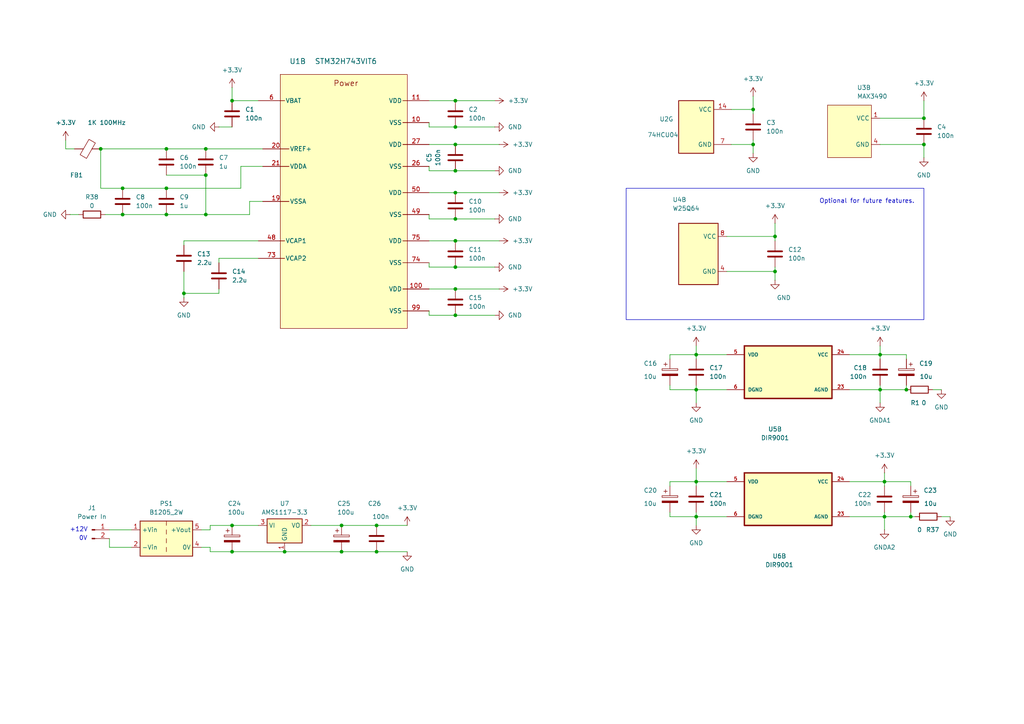
<source format=kicad_sch>
(kicad_sch (version 20250114) (generator "eeschema") (generator_version "9.0")
  (paper "A4")
  (title_block (title "S/PDIF ASYNCHRONOUS MIXER") (date "2024-10-27") (rev "A") (company "DAD Design"))
  (lib_symbols
    (symbol "74xx:74HC04"
      (property "Reference" "U9" (at -8.636 2.286 0))
      (property "Value" "74HC04" (at -9.652 -2.286 0))
      (symbol "74HC04_1_0"
        (pin input line (at -7.62 0 0) (length 3.81) (name "~") (number "1"))
        (pin output inverted (at 7.62 0 180) (length 3.81) (name "~") (number "2"))
      )
      (symbol "74HC04_2_0"
        (pin input line (at -7.62 0 0) (length 3.81) (name "~") (number "3"))
        (pin output inverted (at 7.62 0 180) (length 3.81) (name "~") (number "4"))
      )
      (symbol "74HC04_3_0"
        (pin input line (at -7.62 0 0) (length 3.81) (name "~") (number "5"))
        (pin output inverted (at 7.62 0 180) (length 3.81) (name "~") (number "6"))
      )
      (symbol "74HC04_4_0"
        (pin input line (at -7.62 0 0) (length 3.81) (name "~") (number "9"))
        (pin output inverted (at 7.62 0 180) (length 3.81) (name "~") (number "8"))
      )
      (symbol "74HC04_5_0"
        (pin input line (at -7.62 0 0) (length 3.81) (name "~") (number "11"))
        (pin output inverted (at 7.62 0 180) (length 3.81) (name "~") (number "10"))
      )
      (symbol "74HC04_6_0"
        (pin input line (at -7.62 0 0) (length 3.81) (name "~") (number "13"))
        (pin output inverted (at 7.62 0 180) (length 3.81) (name "~") (number "12"))
      )
      (symbol "74HC04_7_0"
        (pin power_in line (at 10.16 5.08 180) (length 5.08) (name "VCC") (number "14"))
        (pin power_in line (at 10.16 -5.08 180) (length 5.08) (name "GND") (number "7"))
      )
    )
    (symbol "Connector:Conn_01x02_Pin" (pin_names (offset 1.016) (hide yes))
      (property "Reference" "J3" (at 0 6.35 0))
      (property "Value" "Power In" (at 0 3.81 0))
      (symbol "Conn_01x02_Pin_1_1"
        (pin power_out line (at 5.08 0 180) (length 3.81) (name "12V") (number "1"))
        (pin power_out line (at 5.08 -2.54 180) (length 3.81) (name "0V") (number "2"))
      )
    )
    (symbol "Converter_DCDC:IA1205S"
      (property "Reference" "PS1" (at 0 10.16 0))
      (property "Value" "B1205_2W" (at 0 7.62 0))
      (symbol "IA1205S_0_0"
        (pin power_in line (at -10.16 2.54 0) (length 2.54) (name "+Vin") (number "1"))
        (pin power_in line (at -10.16 -2.54 0) (length 2.54) (name "-Vin") (number "2"))
        (pin power_out line (at 10.16 -2.54 180) (length 2.54) (name "0V") (number "4"))
      )
      (symbol "IA1205S_1_0"
        (pin power_out line (at 10.16 2.54 180) (length 2.54) (name "+Vout") (number "5"))
      )
    )
    (symbol "DIR9001PW_1" (pin_names (offset 1.016))
      (property "Reference" "U" (at -6.096 2.286 0))
      (property "Value" "DIR9001" (at -2.032 2.286 0))
      (symbol "DIR9001PW_1_1_0"
        (pin output line (at -17.78 -2.54 0) (length 5.08) (name "BFRAME") (number "18"))
        (pin output line (at -17.78 -5.08 0) (length 5.08) (name "BCKO") (number "11"))
        (pin output line (at -17.78 -7.62 0) (length 5.08) (name "LRCKO") (number "10"))
        (pin output line (at -17.78 -10.16 0) (length 5.08) (name "DOUT") (number "12"))
        (pin output line (at -17.78 -12.7 0) (length 5.08) (name "ERROR") (number "27"))
        (pin output line (at -17.78 -15.24 0) (length 5.08) (name "~{AUDIO}") (number "1"))
        (pin input line (at -17.78 -17.78 0) (length 5.08) (name "~{RST}") (number "21"))
        (pin output line (at -17.78 -20.32 0) (length 5.08) (name "EMPH") (number "17"))
        (pin output clock (at -17.78 -34.29 0) (length 5.08) (name "CLKST") (number "9"))
        (pin output line (at -17.78 -36.83 0) (length 5.08) (name "COUT") (number "15"))
        (pin output line (at -17.78 -39.37 0) (length 5.08) (name "SCKO") (number "4"))
        (pin output line (at -17.78 -41.91 0) (length 5.08) (name "UOUT") (number "16"))
        (pin output line (at -17.78 -44.45 0) (length 5.08) (name "FSOUT0") (number "2"))
        (pin output line (at -17.78 -46.99 0) (length 5.08) (name "FSOUT1") (number "3"))
        (pin input line (at 17.78 -2.54 180) (length 5.08) (name "CKSEL") (number "28"))
        (pin input line (at 17.78 -5.08 180) (length 5.08) (name "FMT0") (number "25"))
        (pin input line (at 17.78 -7.62 180) (length 5.08) (name "FMT1") (number "26"))
        (pin input line (at 17.78 -10.16 180) (length 5.08) (name "PSCK0") (number "13"))
        (pin input line (at 17.78 -12.7 180) (length 5.08) (name "PSCK1") (number "14"))
        (pin input line (at 17.78 -15.24 180) (length 5.08) (name "RSV") (number "19"))
        (pin input line (at 17.78 -21.59 180) (length 5.08) (name "XTI") (number "8"))
        (pin output line (at 17.78 -26.67 180) (length 5.08) (name "XTO") (number "7"))
        (pin input line (at 17.78 -33.02 180) (length 5.08) (name "FILT") (number "22"))
        (pin input line (at 17.78 -45.72 180) (length 5.08) (name "RXIN") (number "20"))
      )
      (symbol "DIR9001PW_1_2_0"
        (pin power_in line (at -17.78 -2.54 0) (length 5.08) (name "VDD") (number "5"))
        (pin power_in line (at -17.78 -12.7 0) (length 5.08) (name "DGND") (number "6"))
        (pin power_in line (at 17.78 -2.54 180) (length 5.08) (name "VCC") (number "24"))
        (pin power_in line (at 17.78 -12.7 180) (length 5.08) (name "AGND") (number "23"))
      )
    )
    (symbol "Device:C" (pin_numbers (hide yes)) (pin_names (offset 0.254))
      (property "Reference" "C" (at 0.635 2.54 0))
      (property "Value" "C" (at 0.635 -2.54 0))
      (symbol "C_1_1"
        (pin passive line (at 0 3.81 270) (length 2.794) (name "~") (number "1"))
        (pin passive line (at 0 -3.81 90) (length 2.794) (name "~") (number "2"))
      )
    )
    (symbol "Device:C_Polarized" (pin_numbers (hide yes)) (pin_names (offset 0.254))
      (property "Reference" "C" (at 0.635 2.54 0))
      (property "Value" "C_Polarized" (at 0.635 -2.54 0))
      (symbol "C_Polarized_1_1"
        (pin passive line (at 0 3.81 270) (length 2.794) (name "~") (number "1"))
        (pin passive line (at 0 -3.81 90) (length 2.794) (name "~") (number "2"))
      )
    )
    (symbol "Device:FerriteBead" (pin_numbers (hide yes)) (pin_names (offset 0))
      (property "Reference" "FB1" (at 7.62 -5.08 90))
      (property "Value" "1K 100MHz" (at 5.08 -11.43 90))
      (symbol "FerriteBead_1_1"
        (pin power_out line (at 0 3.81 270) (length 2.54) (name "~") (number "1"))
        (pin power_in line (at 0 -3.81 90) (length 2.54) (name "~") (number "2"))
      )
    )
    (symbol "Device:R" (pin_numbers (hide yes)) (pin_names (offset 0))
      (property "Reference" "R1" (at 6.35 0 90))
      (property "Value" "0" (at 3.81 0 90))
      (symbol "R_1_1"
        (pin power_out line (at 0 3.81 270) (length 1.27) (name "~") (number "1"))
        (pin passive line (at 0 -3.81 90) (length 1.27) (name "~") (number "2"))
      )
    )
    (symbol "Interface_UART:MAX3490xSA"
      (property "Reference" "U5" (at 2.1941 17.78 0))
      (property "Value" "MAX3490" (at 2.1941 15.24 0))
      (symbol "MAX3490xSA_1_1"
        (pin output line (at -10.16 5.08 0) (length 2.54) (name "RO") (number "2"))
        (pin output line (at -10.16 5.08 0) (length 2.54) (name "RO") (number "2"))
        (pin input line (at -10.16 -5.08 0) (length 2.54) (name "DI") (number "3"))
        (pin input line (at -10.16 -5.08 0) (length 2.54) (name "DI") (number "3"))
        (pin input line (at 10.16 7.62 180) (length 2.54) (name "A") (number "8"))
        (pin input line (at 10.16 7.62 180) (length 2.54) (name "A") (number "8"))
        (pin input line (at 10.16 2.54 180) (length 2.54) (name "B") (number "7"))
        (pin input line (at 10.16 2.54 180) (length 2.54) (name "B") (number "7"))
        (pin output line (at 10.16 -2.54 180) (length 2.54) (name "Z") (number "6"))
        (pin output line (at 10.16 -2.54 180) (length 2.54) (name "Z") (number "6"))
        (pin output line (at 10.16 -7.62 180) (length 2.54) (name "Y") (number "5"))
        (pin output line (at 10.16 -7.62 180) (length 2.54) (name "Y") (number "5"))
      )
      (symbol "MAX3490xSA_2_1"
        (pin power_in line (at 8.89 8.89 180) (length 2.54) (name "VCC") (number "1"))
        (pin power_in line (at 8.89 1.27 180) (length 2.54) (name "GND") (number "4"))
      )
    )
    (symbol "R_1" (pin_numbers (hide yes)) (pin_names (offset 0))
      (property "Reference" "R" (at 2.032 0 90))
      (property "Value" "R" (at 0 0 90))
      (symbol "R_1_1_1"
        (pin passive line (at 0 3.81 270) (length 1.27) (name "~") (number "1"))
        (pin passive line (at 0 -3.81 90) (length 1.27) (name "~") (number "2"))
      )
    )
    (symbol "Regulator_Linear:AMS1117-3.3"
      (property "Reference" "U" (at -3.81 3.175 0))
      (property "Value" "AMS1117-3.3" (at 0 3.175 0))
      (symbol "AMS1117-3.3_1_1"
        (pin power_in line (at -7.62 0 0) (length 2.54) (name "VI") (number "3"))
        (pin power_in line (at 0 -7.62 90) (length 2.54) (name "GND") (number "1"))
        (pin power_out line (at 7.62 0 180) (length 2.54) (name "VO") (number "2"))
      )
    )
    (symbol "STM32H743VIT6:DIR9001PW" (pin_names (offset 1.016))
      (property "Reference" "U" (at -6.096 2.286 0))
      (property "Value" "DIR9001" (at -2.032 2.286 0))
      (symbol "DIR9001PW_1_0"
        (pin output line (at -17.78 -2.54 0) (length 5.08) (name "BFRAME") (number "18"))
        (pin output line (at -17.78 -5.08 0) (length 5.08) (name "BCKO") (number "11"))
        (pin output line (at -17.78 -7.62 0) (length 5.08) (name "LRCKO") (number "10"))
        (pin output line (at -17.78 -10.16 0) (length 5.08) (name "DOUT") (number "12"))
        (pin output line (at -17.78 -12.7 0) (length 5.08) (name "ERROR") (number "27"))
        (pin output line (at -17.78 -15.24 0) (length 5.08) (name "~{AUDIO}") (number "1"))
        (pin input line (at -17.78 -17.78 0) (length 5.08) (name "~{RST}") (number "21"))
        (pin output line (at -17.78 -20.32 0) (length 5.08) (name "EMPH") (number "17"))
        (pin output clock (at -17.78 -34.29 0) (length 5.08) (name "CLKST") (number "9"))
        (pin output line (at -17.78 -36.83 0) (length 5.08) (name "COUT") (number "15"))
        (pin output line (at -17.78 -39.37 0) (length 5.08) (name "SCKO") (number "4"))
        (pin output line (at -17.78 -41.91 0) (length 5.08) (name "UOUT") (number "16"))
        (pin output line (at -17.78 -44.45 0) (length 5.08) (name "FSOUT0") (number "2"))
        (pin output line (at -17.78 -46.99 0) (length 5.08) (name "FSOUT1") (number "3"))
        (pin input line (at 17.78 -2.54 180) (length 5.08) (name "CKSEL") (number "28"))
        (pin input line (at 17.78 -5.08 180) (length 5.08) (name "FMT0") (number "25"))
        (pin input line (at 17.78 -7.62 180) (length 5.08) (name "FMT1") (number "26"))
        (pin input line (at 17.78 -10.16 180) (length 5.08) (name "PSCK0") (number "13"))
        (pin input line (at 17.78 -12.7 180) (length 5.08) (name "PSCK1") (number "14"))
        (pin input line (at 17.78 -15.24 180) (length 5.08) (name "RSV") (number "19"))
        (pin input line (at 17.78 -21.59 180) (length 5.08) (name "XTI") (number "8"))
        (pin output line (at 17.78 -26.67 180) (length 5.08) (name "XTO") (number "7"))
        (pin input line (at 17.78 -33.02 180) (length 5.08) (name "FILT") (number "22"))
        (pin input line (at 17.78 -45.72 180) (length 5.08) (name "RXIN") (number "20"))
      )
      (symbol "DIR9001PW_2_0"
        (pin power_in line (at -17.78 -2.54 0) (length 5.08) (name "VDD") (number "5"))
        (pin power_in line (at -17.78 -12.7 0) (length 5.08) (name "DGND") (number "6"))
        (pin power_in line (at 17.78 -2.54 180) (length 5.08) (name "VCC") (number "24"))
        (pin power_in line (at 17.78 -12.7 180) (length 5.08) (name "AGND") (number "23"))
      )
    )
    (symbol "STM32H743VIT6:STM32H743VIT6" (pin_names (offset 0.254))
      (property "Reference" "U1" (at 10.16 3.81 0))
      (property "Value" "STM32H743VIT6" (at 24.13 3.81 0))
      (symbol "STM32H743VIT6_1_1"
        (text "I/O" (at 28.956 -3.048 0) (effects (font (size 1.6 1.6))))
        (pin input line (at -1.27 -12.7 0) (length 7.62) (name "PB14-CFG4") (number "53"))
        (pin input line (at -1.27 -15.24 0) (length 7.62) (name "PB13-CFG3") (number "52"))
        (pin input line (at -1.27 -17.78 0) (length 7.62) (name "PB12-CFG2") (number "51"))
        (pin input line (at -1.27 -20.32 0) (length 7.62) (name "PB11-CFG1") (number "47"))
        (pin unspecified line (at -1.27 -48.26 0) (length 7.62) (name "PA13-DEBUG_JTMS-SWDIO") (number "72"))
        (pin unspecified line (at -1.27 -52.07 0) (length 7.62) (name "PA14-DEBUG_JTCK-SWCLK") (number "76"))
        (pin output line (at -1.27 -69.85 0) (length 7.62) (name "PB10-QUADSPI_BK1_NCS") (number "46"))
        (pin output line (at -1.27 -72.39 0) (length 7.62) (name "PB02-QUADSPI_CLK") (number "36"))
        (pin input line (at -1.27 -74.93 0) (length 7.62) (name "PC09-QUADSPI_BK1_IO0") (number "66"))
        (pin bidirectional line (at -1.27 -77.47 0) (length 7.62) (name "PC10-QUADSPI_BK1_IO1") (number "78"))
        (pin bidirectional line (at -1.27 -80.01 0) (length 7.62) (name "PE02-QUADSPI_BK1_IO2") (number "1"))
        (pin bidirectional line (at -1.27 -82.55 0) (length 7.62) (name "PA01-QUADSPI_BK1_IO3") (number "23"))
        (pin output line (at -1.27 -95.25 0) (length 7.62) (name "PA11-USB_OTG_FS_DM") (number "70"))
        (pin output line (at -1.27 -97.79 0) (length 7.62) (name "PA12-USB_OTG_FS_DP") (number "71"))
        (pin bidirectional line (at -1.27 -114.3 0) (length 7.62) (name "PB15-LED3") (number "54"))
        (pin bidirectional line (at -1.27 -120.65 0) (length 7.62) (name "PD8_LED2") (number "55"))
        (pin bidirectional line (at -1.27 -127 0) (length 7.62) (name "PD9-LED1") (number "56"))
        (pin input line (at -1.27 -137.16 0) (length 7.62) (name "PH0-OSC_IN-RCC_OSC_IN") (number "12"))
        (pin output line (at -1.27 -144.78 0) (length 7.62) (name "PH1-OSC_OUT-RCC_OSC_OUT") (number "13"))
        (pin input line (at -1.27 -148.59 0) (length 7.62) (name "PC14-OSC32_IN") (number "8"))
        (pin output line (at -1.27 -151.13 0) (length 7.62) (name "PC15-OSC32_OUT") (number "9"))
        (pin input line (at -1.27 -154.94 0) (length 7.62) (name "BOOT0") (number "94"))
        (pin input line (at -1.27 -158.75 0) (length 7.62) (name "NRST") (number "14"))
        (pin output line (at 63.5 -3.81 180) (length 7.62) (name "PE6-SAI1_SD_A") (number "5"))
        (pin input line (at 63.5 -7.62 180) (length 7.62) (name "PD7-SPDIFRX1_IN0") (number "88"))
        (pin input line (at 63.5 -12.7 180) (length 7.62) (name "PD13-SAI2_SCK_A") (number "60"))
        (pin input line (at 63.5 -15.24 180) (length 7.62) (name "PD12-SAI2_FS_A") (number "59"))
        (pin input line (at 63.5 -17.78 180) (length 7.62) (name "PD11-SAI2_SD_A") (number "58"))
        (pin input line (at 63.5 -20.32 180) (length 7.62) (name "PB6-ERREUR_D1") (number "92"))
        (pin output line (at 63.5 -22.86 180) (length 7.62) (name "PB9-NO_AUDIO_D1") (number "96"))
        (pin output line (at 63.5 -25.4 180) (length 7.62) (name "PB5-RESET_D1") (number "91"))
        (pin input line (at 63.5 -31.75 180) (length 7.62) (name "PD0-SAI3_SCK_A") (number "81"))
        (pin input line (at 63.5 -34.29 180) (length 7.62) (name "PD4-SAI3_FS_A") (number "85"))
        (pin input line (at 63.5 -36.83 180) (length 7.62) (name "PD1-SAI3_SD_A") (number "82"))
        (pin input line (at 63.5 -39.37 180) (length 7.62) (name "PC8-ERREUR_D2") (number "65"))
        (pin input line (at 63.5 -41.91 180) (length 7.62) (name "PD15-NO_AUDIO_D2") (number "62"))
        (pin output line (at 63.5 -44.45 180) (length 7.62) (name "PA8-RESET_D2") (number "67"))
        (pin bidirectional line (at 63.5 -48.26 180) (length 7.62) (name "PE5") (number "4"))
        (pin bidirectional line (at 63.5 -50.8 180) (length 7.62) (name "PE4") (number "3"))
        (pin bidirectional line (at 63.5 -53.34 180) (length 7.62) (name "PE3") (number "2"))
        (pin bidirectional line (at 63.5 -55.88 180) (length 7.62) (name "PC13") (number "7"))
        (pin bidirectional line (at 63.5 -58.42 180) (length 7.62) (name "PC0") (number "15"))
        (pin bidirectional line (at 63.5 -60.96 180) (length 7.62) (name "PC1") (number "16"))
        (pin bidirectional line (at 63.5 -63.5 180) (length 7.62) (name "PC2_C") (number "17"))
        (pin bidirectional line (at 63.5 -66.04 180) (length 7.62) (name "PC3_C") (number "18"))
        (pin bidirectional line (at 63.5 -68.58 180) (length 7.62) (name "PA0-WKUP") (number "22"))
        (pin bidirectional line (at 63.5 -71.12 180) (length 7.62) (name "PA2") (number "24"))
        (pin bidirectional line (at 63.5 -73.66 180) (length 7.62) (name "PA3") (number "25"))
        (pin bidirectional line (at 63.5 -76.2 180) (length 7.62) (name "PA4") (number "28"))
        (pin bidirectional line (at 63.5 -78.74 180) (length 7.62) (name "PA5") (number "29"))
        (pin bidirectional line (at 63.5 -81.28 180) (length 7.62) (name "PA6") (number "30"))
        (pin bidirectional line (at 63.5 -83.82 180) (length 7.62) (name "PA7") (number "31"))
        (pin bidirectional line (at 63.5 -86.36 180) (length 7.62) (name "PC4") (number "32"))
        (pin bidirectional line (at 63.5 -88.9 180) (length 7.62) (name "PC5") (number "33"))
        (pin bidirectional line (at 63.5 -91.44 180) (length 7.62) (name "PB0") (number "34"))
        (pin bidirectional line (at 63.5 -93.98 180) (length 7.62) (name "PB1") (number "35"))
        (pin bidirectional line (at 63.5 -96.52 180) (length 7.62) (name "PE7") (number "37"))
        (pin bidirectional line (at 63.5 -99.06 180) (length 7.62) (name "PE8") (number "38"))
        (pin bidirectional line (at 63.5 -101.6 180) (length 7.62) (name "PE9") (number "39"))
        (pin bidirectional line (at 63.5 -104.14 180) (length 7.62) (name "PE10") (number "40"))
        (pin bidirectional line (at 63.5 -106.68 180) (length 7.62) (name "PE11") (number "41"))
        (pin bidirectional line (at 63.5 -109.22 180) (length 7.62) (name "PE12") (number "42"))
        (pin bidirectional line (at 63.5 -111.76 180) (length 7.62) (name "PE13") (number "43"))
        (pin bidirectional line (at 63.5 -114.3 180) (length 7.62) (name "PE14") (number "44"))
        (pin bidirectional line (at 63.5 -116.84 180) (length 7.62) (name "PE15") (number "45"))
        (pin bidirectional line (at 63.5 -119.38 180) (length 7.62) (name "PD10") (number "57"))
        (pin bidirectional line (at 63.5 -121.92 180) (length 7.62) (name "PD14") (number "61"))
        (pin bidirectional line (at 63.5 -124.46 180) (length 7.62) (name "PC6") (number "63"))
        (pin bidirectional line (at 63.5 -127 180) (length 7.62) (name "PC7") (number "64"))
        (pin bidirectional line (at 63.5 -129.54 180) (length 7.62) (name "PA9") (number "68"))
        (pin bidirectional line (at 63.5 -132.08 180) (length 7.62) (name "PA10") (number "69"))
        (pin bidirectional line (at 63.5 -134.62 180) (length 7.62) (name "PA15") (number "77"))
        (pin bidirectional line (at 63.5 -137.16 180) (length 7.62) (name "PC11") (number "79"))
        (pin bidirectional line (at 63.5 -139.7 180) (length 7.62) (name "PC12") (number "80"))
        (pin bidirectional line (at 63.5 -142.24 180) (length 7.62) (name "PD2") (number "83"))
        (pin bidirectional line (at 63.5 -144.78 180) (length 7.62) (name "PD3") (number "84"))
        (pin bidirectional line (at 63.5 -147.32 180) (length 7.62) (name "PD5") (number "86"))
        (pin bidirectional line (at 63.5 -149.86 180) (length 7.62) (name "PD6") (number "87"))
        (pin bidirectional line (at 63.5 -152.4 180) (length 7.62) (name "PB3") (number "89"))
        (pin bidirectional line (at 63.5 -154.94 180) (length 7.62) (name "PB4") (number "90"))
        (pin bidirectional line (at 63.5 -157.48 180) (length 7.62) (name "PB7") (number "93"))
        (pin bidirectional line (at 63.5 -160.02 180) (length 7.62) (name "PB8") (number "95"))
        (pin bidirectional line (at 63.5 -162.56 180) (length 7.62) (name "PE0") (number "97"))
        (pin bidirectional line (at 63.5 -165.1 180) (length 7.62) (name "PE1") (number "98"))
      )
      (symbol "STM32H743VIT6_2_1"
        (text "Power" (at 24.13 -2.54 0) (effects (font (size 1.6 1.6))))
        (pin power_in line (at -1.27 -7.62 0) (length 7.62) (name "VBAT") (number "6"))
        (pin bidirectional line (at -1.27 -48.26 0) (length 7.62) (name "VCAP1") (number "48"))
        (pin bidirectional line (at -1.27 -53.34 0) (length 7.62) (name "VCAP2") (number "73"))
        (pin input line (at 0 -21.59 0) (length 7.62) (name "VREF+") (number "20"))
        (pin power_in line (at 0 -26.67 0) (length 7.62) (name "VDDA") (number "21"))
        (pin power_in line (at 0 -36.83 0) (length 7.62) (name "VSSA") (number "19"))
        (pin power_in line (at 48.26 -7.62 180) (length 7.62) (name "VDD") (number "11"))
        (pin power_in line (at 48.26 -13.97 180) (length 7.62) (name "VSS") (number "10"))
        (pin power_in line (at 48.26 -20.32 180) (length 7.62) (name "VDD") (number "27"))
        (pin power_in line (at 48.26 -26.67 180) (length 7.62) (name "VSS") (number "26"))
        (pin power_in line (at 48.26 -34.29 180) (length 7.62) (name "VDD") (number "50"))
        (pin power_in line (at 48.26 -40.64 180) (length 7.62) (name "VSS") (number "49"))
        (pin power_in line (at 48.26 -48.26 180) (length 7.62) (name "VDD") (number "75"))
        (pin power_in line (at 48.26 -54.61 180) (length 7.62) (name "VSS") (number "74"))
        (pin power_in line (at 48.26 -62.23 180) (length 7.62) (name "VDD") (number "100"))
        (pin power_in line (at 48.26 -68.58 180) (length 7.62) (name "VSS") (number "99"))
      )
    )
    (symbol "W25Q16JVSS_1"
      (property "Reference" "U3" (at -5.588 17.018 0))
      (property "Value" "W25Q64" (at -5.588 14.478 0))
      (symbol "W25Q16JVSS_1_1_1"
        (pin input line (at -10.16 7.62 0) (length 2.54) (name "~{CS}") (number "1"))
        (pin input line (at -10.16 5.08 0) (length 2.54) (name "CLK") (number "6"))
        (pin bidirectional line (at -10.16 2.54 0) (length 2.54) (name "DI(IO0)") (number "5"))
        (pin bidirectional line (at -10.16 0 0) (length 2.54) (name "DO(IO1)") (number "2"))
        (pin bidirectional line (at -10.16 -2.54 0) (length 2.54) (name "IO2") (number "3"))
        (pin bidirectional line (at -10.16 -5.08 0) (length 2.54) (name "IO3") (number "7"))
      )
      (symbol "W25Q16JVSS_1_2_1"
        (pin power_in line (at 10.16 6.35 180) (length 2.54) (name "VCC") (number "8"))
        (pin power_in line (at 10.16 -3.81 180) (length 2.54) (name "GND") (number "4"))
      )
    )
    (symbol "power:+3.3V" (power) (pin_numbers (hide yes)) (pin_names (offset 0) (hide yes))
      (property "Value" "+3.3V" (at 0 3.556 0))
      (symbol "+3.3V_1_1"
        (pin power_in line (at 0 0 90) (length 0) (name "~") (number "1"))
      )
    )
    (symbol "power:GND" (power) (pin_numbers (hide yes)) (pin_names (offset 0) (hide yes))
      (property "Value" "GND" (at 0 -3.81 0))
      (symbol "GND_1_1"
        (pin power_in line (at 0 0 270) (length 0) (name "~") (number "1"))
      )
    )
    (symbol "power:GNDA" (power) (pin_numbers (hide yes)) (pin_names (offset 0) (hide yes))
      (property "Value" "GNDA" (at 0 -3.81 0))
      (symbol "GNDA_1_1"
        (pin power_in line (at 0 0 270) (length 0) (name "~") (number "1"))
      )
    )
  )
  (rectangle (start 181.61 54.61) (end 267.97 92.71))
  (text "Optional for future features." (at 251.46 58.42 0) (effects (font (size 1.27 1.27))))
  (text "+12V" (at 22.86 153.67 0) (effects (font (size 1.27 1.27))))
  (text "0V" (at 24.13 156.21 0) (effects (font (size 1.27 1.27))))
  (junction (at 48.26 62.23))
  (junction (at 201.93 139.7))
  (junction (at 255.27 113.03))
  (junction (at 109.22 160.02))
  (junction (at 201.93 149.86))
  (junction (at 224.79 78.74))
  (junction (at 201.93 102.87))
  (junction (at 224.79 68.58))
  (junction (at 67.31 29.21))
  (junction (at 132.08 77.47))
  (junction (at 67.31 160.02))
  (junction (at 132.08 41.91))
  (junction (at 201.93 113.03))
  (junction (at 267.97 41.91))
  (junction (at 132.08 83.82))
  (junction (at 218.44 41.91))
  (junction (at 59.69 50.8))
  (junction (at 48.26 43.18))
  (junction (at 256.54 139.7))
  (junction (at 255.27 102.87))
  (junction (at 264.16 149.86))
  (junction (at 132.08 69.85))
  (junction (at 267.97 34.29))
  (junction (at 59.69 62.23))
  (junction (at 132.08 36.83))
  (junction (at 256.54 149.86))
  (junction (at 53.34 85.09))
  (junction (at 35.56 54.61))
  (junction (at 35.56 62.23))
  (junction (at 218.44 31.75))
  (junction (at 82.55 160.02))
  (junction (at 59.69 43.18))
  (junction (at 67.31 152.4))
  (junction (at 99.06 160.02))
  (junction (at 109.22 152.4))
  (junction (at 48.26 54.61))
  (junction (at 132.08 91.44))
  (junction (at 132.08 29.21))
  (junction (at 99.06 152.4))
  (junction (at 132.08 49.53))
  (junction (at 29.21 43.18))
  (junction (at 132.08 55.88))
  (junction (at 132.08 63.5))
  (junction (at 262.89 113.03))
  (wire (pts (xy 132.08 69.85) (xy 144.78 69.85)))
  (wire (pts (xy 255.27 100.33) (xy 255.27 102.87)))
  (wire (pts (xy 132.08 63.5) (xy 143.51 63.5)))
  (wire (pts (xy 210.82 78.74) (xy 224.79 78.74)))
  (wire (pts (xy 201.93 102.87) (xy 201.93 104.14)))
  (wire (pts (xy 264.16 148.59) (xy 264.16 149.86)))
  (wire (pts (xy 60.96 153.67) (xy 60.96 152.4)))
  (wire (pts (xy 201.93 139.7) (xy 201.93 140.97)))
  (wire (pts (xy 63.5 76.2) (xy 63.5 74.93)))
  (wire (pts (xy 246.38 102.87) (xy 255.27 102.87)))
  (wire (pts (xy 59.69 43.18) (xy 76.2 43.18)))
  (wire (pts (xy 124.46 62.23) (xy 124.46 63.5)))
  (wire (pts (xy 124.46 41.91) (xy 132.08 41.91)))
  (wire (pts (xy 109.22 160.02) (xy 118.11 160.02)))
  (wire (pts (xy 19.05 40.64) (xy 19.05 43.18)))
  (wire (pts (xy 124.46 55.88) (xy 132.08 55.88)))
  (wire (pts (xy 267.97 29.21) (xy 267.97 34.29)))
  (wire (pts (xy 262.89 102.87) (xy 255.27 102.87)))
  (wire (pts (xy 60.96 160.02) (xy 67.31 160.02)))
  (wire (pts (xy 63.5 85.09) (xy 63.5 83.82)))
  (wire (pts (xy 270.51 113.03) (xy 273.05 113.03)))
  (wire (pts (xy 267.97 41.91) (xy 267.97 45.72)))
  (wire (pts (xy 201.93 113.03) (xy 210.82 113.03)))
  (wire (pts (xy 201.93 149.86) (xy 201.93 152.4)))
  (wire (pts (xy 99.06 152.4) (xy 109.22 152.4)))
  (wire (pts (xy 109.22 152.4) (xy 118.11 152.4)))
  (wire (pts (xy 201.93 100.33) (xy 201.93 102.87)))
  (wire (pts (xy 194.31 104.14) (xy 194.31 102.87)))
  (wire (pts (xy 210.82 68.58) (xy 224.79 68.58)))
  (wire (pts (xy 48.26 50.8) (xy 59.69 50.8)))
  (wire (pts (xy 194.31 102.87) (xy 201.93 102.87)))
  (wire (pts (xy 212.09 41.91) (xy 218.44 41.91)))
  (wire (pts (xy 224.79 64.77) (xy 224.79 68.58)))
  (wire (pts (xy 132.08 91.44) (xy 143.51 91.44)))
  (wire (pts (xy 201.93 139.7) (xy 210.82 139.7)))
  (wire (pts (xy 35.56 62.23) (xy 48.26 62.23)))
  (wire (pts (xy 218.44 41.91) (xy 218.44 44.45)))
  (wire (pts (xy 53.34 85.09) (xy 53.34 86.36)))
  (wire (pts (xy 48.26 62.23) (xy 59.69 62.23)))
  (wire (pts (xy 194.31 139.7) (xy 201.93 139.7)))
  (wire (pts (xy 264.16 140.97) (xy 264.16 139.7)))
  (wire (pts (xy 31.75 156.21) (xy 31.75 158.75)))
  (wire (pts (xy 53.34 69.85) (xy 53.34 71.12)))
  (wire (pts (xy 224.79 78.74) (xy 224.79 81.28)))
  (wire (pts (xy 132.08 41.91) (xy 144.78 41.91)))
  (wire (pts (xy 262.89 104.14) (xy 262.89 102.87)))
  (wire (pts (xy 59.69 50.8) (xy 59.69 62.23)))
  (wire (pts (xy 72.39 58.42) (xy 72.39 62.23)))
  (wire (pts (xy 255.27 102.87) (xy 255.27 104.14)))
  (wire (pts (xy 264.16 139.7) (xy 256.54 139.7)))
  (wire (pts (xy 29.21 43.18) (xy 29.21 54.61)))
  (wire (pts (xy 82.55 160.02) (xy 99.06 160.02)))
  (wire (pts (xy 124.46 63.5) (xy 132.08 63.5)))
  (wire (pts (xy 273.05 149.86) (xy 275.59 149.86)))
  (wire (pts (xy 67.31 152.4) (xy 74.93 152.4)))
  (wire (pts (xy 212.09 31.75) (xy 218.44 31.75)))
  (wire (pts (xy 264.16 149.86) (xy 256.54 149.86)))
  (wire (pts (xy 194.31 111.76) (xy 194.31 113.03)))
  (wire (pts (xy 53.34 85.09) (xy 63.5 85.09)))
  (wire (pts (xy 31.75 158.75) (xy 38.1 158.75)))
  (wire (pts (xy 210.82 149.86) (xy 201.93 149.86)))
  (wire (pts (xy 124.46 76.2) (xy 124.46 77.47)))
  (wire (pts (xy 69.85 54.61) (xy 69.85 48.26)))
  (wire (pts (xy 132.08 49.53) (xy 143.51 49.53)))
  (wire (pts (xy 67.31 25.4) (xy 67.31 29.21)))
  (wire (pts (xy 72.39 58.42) (xy 76.2 58.42)))
  (wire (pts (xy 53.34 78.74) (xy 53.34 85.09)))
  (wire (pts (xy 99.06 160.02) (xy 109.22 160.02)))
  (wire (pts (xy 218.44 40.64) (xy 218.44 41.91)))
  (wire (pts (xy 132.08 83.82) (xy 144.78 83.82)))
  (wire (pts (xy 194.31 140.97) (xy 194.31 139.7)))
  (wire (pts (xy 48.26 54.61) (xy 69.85 54.61)))
  (wire (pts (xy 124.46 69.85) (xy 132.08 69.85)))
  (wire (pts (xy 255.27 41.91) (xy 267.97 41.91)))
  (wire (pts (xy 124.46 77.47) (xy 132.08 77.47)))
  (wire (pts (xy 59.69 62.23) (xy 72.39 62.23)))
  (wire (pts (xy 29.21 43.18) (xy 48.26 43.18)))
  (wire (pts (xy 132.08 55.88) (xy 144.78 55.88)))
  (wire (pts (xy 132.08 77.47) (xy 143.51 77.47)))
  (wire (pts (xy 218.44 27.94) (xy 218.44 31.75)))
  (wire (pts (xy 264.16 149.86) (xy 265.43 149.86)))
  (wire (pts (xy 255.27 111.76) (xy 255.27 113.03)))
  (wire (pts (xy 48.26 43.18) (xy 59.69 43.18)))
  (wire (pts (xy 124.46 91.44) (xy 132.08 91.44)))
  (wire (pts (xy 201.93 135.89) (xy 201.93 139.7)))
  (wire (pts (xy 246.38 149.86) (xy 256.54 149.86)))
  (wire (pts (xy 224.79 77.47) (xy 224.79 78.74)))
  (wire (pts (xy 76.2 48.26) (xy 69.85 48.26)))
  (wire (pts (xy 194.31 148.59) (xy 194.31 149.86)))
  (wire (pts (xy 124.46 83.82) (xy 132.08 83.82)))
  (wire (pts (xy 255.27 113.03) (xy 255.27 116.84)))
  (wire (pts (xy 19.05 43.18) (xy 21.59 43.18)))
  (wire (pts (xy 256.54 148.59) (xy 256.54 149.86)))
  (wire (pts (xy 194.31 149.86) (xy 201.93 149.86)))
  (wire (pts (xy 262.89 113.03) (xy 255.27 113.03)))
  (wire (pts (xy 67.31 29.21) (xy 74.93 29.21)))
  (wire (pts (xy 132.08 36.83) (xy 143.51 36.83)))
  (wire (pts (xy 53.34 69.85) (xy 74.93 69.85)))
  (wire (pts (xy 255.27 34.29) (xy 267.97 34.29)))
  (wire (pts (xy 35.56 54.61) (xy 48.26 54.61)))
  (wire (pts (xy 124.46 29.21) (xy 132.08 29.21)))
  (wire (pts (xy 29.21 54.61) (xy 35.56 54.61)))
  (wire (pts (xy 256.54 137.16) (xy 256.54 139.7)))
  (wire (pts (xy 201.93 102.87) (xy 210.82 102.87)))
  (wire (pts (xy 124.46 48.26) (xy 124.46 49.53)))
  (wire (pts (xy 246.38 113.03) (xy 255.27 113.03)))
  (wire (pts (xy 124.46 36.83) (xy 132.08 36.83)))
  (wire (pts (xy 224.79 68.58) (xy 224.79 69.85)))
  (wire (pts (xy 60.96 152.4) (xy 67.31 152.4)))
  (wire (pts (xy 194.31 113.03) (xy 201.93 113.03)))
  (wire (pts (xy 63.5 74.93) (xy 74.93 74.93)))
  (wire (pts (xy 124.46 35.56) (xy 124.46 36.83)))
  (wire (pts (xy 124.46 49.53) (xy 132.08 49.53)))
  (wire (pts (xy 132.08 29.21) (xy 143.51 29.21)))
  (wire (pts (xy 67.31 160.02) (xy 82.55 160.02)))
  (wire (pts (xy 201.93 113.03) (xy 201.93 116.84)))
  (wire (pts (xy 256.54 139.7) (xy 256.54 140.97)))
  (wire (pts (xy 63.5 36.83) (xy 67.31 36.83)))
  (wire (pts (xy 262.89 111.76) (xy 262.89 113.03)))
  (wire (pts (xy 218.44 31.75) (xy 218.44 33.02)))
  (wire (pts (xy 30.48 62.23) (xy 35.56 62.23)))
  (wire (pts (xy 60.96 158.75) (xy 60.96 160.02)))
  (wire (pts (xy 90.17 152.4) (xy 99.06 152.4)))
  (wire (pts (xy 58.42 158.75) (xy 60.96 158.75)))
  (wire (pts (xy 201.93 111.76) (xy 201.93 113.03)))
  (wire (pts (xy 201.93 148.59) (xy 201.93 149.86)))
  (wire (pts (xy 20.32 62.23) (xy 22.86 62.23)))
  (wire (pts (xy 256.54 149.86) (xy 256.54 153.67)))
  (wire (pts (xy 58.42 153.67) (xy 60.96 153.67)))
  (wire (pts (xy 124.46 90.17) (xy 124.46 91.44)))
  (wire (pts (xy 246.38 139.7) (xy 256.54 139.7)))
  (wire (pts (xy 31.75 153.67) (xy 38.1 153.67)))
  (symbol (lib_id "power:GND") (at 63.5 36.83 270) (unit 1)
    (property "Reference" "#PWR05" (effects (hide yes)))
    (property "Value" "GND" (at 59.69 36.8299 90) (effects (justify right)))
    (property "Description" "Power symbol creates a global label with name \"GND\" , ground" (effects (hide yes)))
  )
  (symbol (lib_id "Device:C_Polarized") (at 262.89 107.95 0) (mirror y) (unit 1)
    (property "Reference" "C19" (at 270.51 105.41 0) (effects (justify left)))
    (property "Value" "10u" (at 270.51 109.22 0) (effects (justify left)))
    (property "Footprint" "Capacitor_THT:CP_Radial_D5.0mm_P2.50mm" (effects (hide yes)))
    (property "Description" "Polarized capacitor" (effects (hide yes)))
  )
  (symbol (lib_id "power:GND") (at 118.11 160.02 0) (unit 1)
    (property "Reference" "#PWR033" (effects (hide yes)))
    (property "Value" "GND" (at 118.11 165.1 0))
    (property "Description" "Power symbol creates a global label with name \"GND\" , ground" (effects (hide yes)))
  )
  (symbol (lib_id "Connector:Conn_01x02_Pin") (at 26.67 153.67 0) (unit 1)
    (property "Reference" "J1" (at 26.67 147.32 0))
    (property "Value" "Power In" (at 26.67 149.86 0))
    (property "Footprint" "Connector_PinHeader_2.54mm:PinHeader_1x02_P2.54mm_Horizontal" (effects (hide yes)))
    (property "Description" "Generic connector, single row, 01x02, script generated" (effects (hide yes)))
  )
  (symbol (lib_id "Device:C") (at 224.79 73.66 0) (unit 1)
    (property "Reference" "C12" (at 228.6 72.3899 0) (effects (justify left)))
    (property "Value" "100n" (at 228.6 74.9299 0) (effects (justify left)))
    (property "Footprint" "Capacitor_SMD:C_1206_3216Metric_Pad1.33x1.80mm_HandSolder" (effects (hide yes)))
    (property "Description" "Unpolarized capacitor" (effects (hide yes)))
  )
  (symbol (lib_id "power:GNDA") (at 256.54 153.67 0) (unit 1)
    (property "Reference" "#PWR032" (effects (hide yes)))
    (property "Value" "GNDA2" (at 256.54 158.75 0))
    (property "Description" "Power symbol creates a global label with name \"GNDA\" , analog ground" (effects (hide yes)))
  )
  (symbol (lib_id "Device:C_Polarized") (at 194.31 107.95 0) (unit 1)
    (property "Reference" "C16" (at 186.69 105.41 0) (effects (justify left)))
    (property "Value" "10u" (at 186.69 109.22 0) (effects (justify left)))
    (property "Footprint" "Capacitor_THT:CP_Radial_D5.0mm_P2.50mm" (effects (hide yes)))
    (property "Description" "Polarized capacitor" (effects (hide yes)))
  )
  (symbol (lib_id "power:+3.3V") (at 267.97 29.21 0) (unit 1)
    (property "Reference" "#PWR04" (effects (hide yes)))
    (property "Value" "+3.3V" (at 267.97 24.13 0))
    (property "Description" "Power symbol creates a global label with name \"+3.3V\"" (effects (hide yes)))
  )
  (symbol (lib_id "Device:C") (at 255.27 107.95 0) (mirror y) (unit 1)
    (property "Reference" "C18" (at 251.46 106.6799 0) (effects (justify left)))
    (property "Value" "100n" (at 251.46 109.2199 0) (effects (justify left)))
    (property "Footprint" "Capacitor_SMD:C_1206_3216Metric_Pad1.33x1.80mm_HandSolder" (effects (hide yes)))
    (property "Description" "Unpolarized capacitor" (effects (hide yes)))
  )
  (symbol (lib_id "power:GND") (at 273.05 113.03 0) (unit 1)
    (property "Reference" "#PWR012" (effects (hide yes)))
    (property "Value" "GND" (at 273.05 118.11 0))
    (property "Description" "Power symbol creates a global label with name \"GND\" , ground" (effects (hide yes)))
  )
  (symbol (lib_id "power:GND") (at 267.97 45.72 0) (unit 1)
    (property "Reference" "#PWR010" (effects (hide yes)))
    (property "Value" "GND" (at 267.97 50.8 0))
    (property "Description" "Power symbol creates a global label with name \"GND\" , ground" (effects (hide yes)))
  )
  (symbol (lib_id "power:+3.3V") (at 67.31 25.4 0) (unit 1)
    (property "Reference" "#PWR01" (effects (hide yes)))
    (property "Value" "+3.3V" (at 67.31 20.32 0))
    (property "Description" "Power symbol creates a global label with name \"+3.3V\"" (effects (hide yes)))
  )
  (symbol (lib_id "power:+3.3V") (at 19.05 40.64 0) (unit 1)
    (property "Reference" "#PWR07" (effects (hide yes)))
    (property "Value" "+3.3V" (at 19.05 35.56 0))
    (property "Description" "Power symbol creates a global label with name \"+3.3V\"" (effects (hide yes)))
  )
  (symbol (lib_id "power:GND") (at 143.51 49.53 90) (unit 1)
    (property "Reference" "#PWR011" (effects (hide yes)))
    (property "Value" "GND" (at 147.32 49.5299 90) (effects (justify right)))
    (property "Description" "Power symbol creates a global label with name \"GND\" , ground" (effects (hide yes)))
  )
  (symbol (lib_id "Device:C") (at 267.97 38.1 0) (unit 1)
    (property "Reference" "C4" (at 271.78 36.8299 0) (effects (justify left)))
    (property "Value" "100n" (at 271.78 39.3699 0) (effects (justify left)))
    (property "Footprint" "Capacitor_SMD:C_1206_3216Metric_Pad1.33x1.80mm_HandSolder" (effects (hide yes)))
    (property "Description" "Unpolarized capacitor" (effects (hide yes)))
  )
  (symbol (lib_id "74xx:74HC04") (at 201.93 36.83 0) (unit 7)
    (property "Reference" "U2" (at 193.294 34.544 0))
    (property "Value" "74HCU04" (at 192.278 39.116 0))
    (property "Footprint" "Package_SO:SO-14_5.3x10.2mm_P1.27mm" (effects (hide yes)))
    (property "Datasheet" "https://assets.nexperia.com/documents/data-sheet/74HC_HCT04.pdf" (effects (hide yes)))
    (property "Description" "Hex Inverter" (effects (hide yes)))
  )
  (symbol (lib_id "Device:C") (at 53.34 74.93 0) (unit 1)
    (property "Reference" "C13" (at 57.15 73.6599 0) (effects (justify left)))
    (property "Value" "2.2u" (at 57.15 76.1999 0) (effects (justify left)))
    (property "Footprint" "Capacitor_SMD:C_1206_3216Metric_Pad1.33x1.80mm_HandSolder" (effects (hide yes)))
    (property "Description" "Unpolarized capacitor" (effects (hide yes)))
  )
  (symbol (lib_id "Device:C") (at 132.08 59.69 0) (unit 1)
    (property "Reference" "C10" (at 135.89 58.4199 0) (effects (justify left)))
    (property "Value" "100n" (at 135.89 60.9599 0) (effects (justify left)))
    (property "Footprint" "Capacitor_SMD:C_1206_3216Metric_Pad1.33x1.80mm_HandSolder" (effects (hide yes)))
    (property "Description" "Unpolarized capacitor" (effects (hide yes)))
  )
  (symbol (lib_id "power:+3.3V") (at 256.54 137.16 0) (mirror y) (unit 1)
    (property "Reference" "#PWR029" (effects (hide yes)))
    (property "Value" "+3.3V" (at 256.54 132.08 0))
    (property "Description" "Power symbol creates a global label with name \"+3.3V\"" (effects (hide yes)))
  )
  (symbol (lib_id "power:GND") (at 224.79 81.28 0) (unit 1)
    (property "Reference" "#PWR020" (effects (hide yes)))
    (property "Value" "GND" (at 227.33 86.36 0))
    (property "Description" "Power symbol creates a global label with name \"GND\" , ground" (effects (hide yes)))
  )
  (symbol (lib_id "Device:C_Polarized") (at 67.31 156.21 0) (unit 1)
    (property "Reference" "C24" (at 66.04 146.05 0) (effects (justify left)))
    (property "Value" "100u" (at 66.04 148.59 0) (effects (justify left)))
    (property "Footprint" "Capacitor_THT:CP_Radial_D6.3mm_P2.50mm" (effects (hide yes)))
    (property "Description" "Polarized capacitor" (effects (hide yes)))
  )
  (symbol (lib_id "power:+3.3V") (at 201.93 135.89 0) (unit 1)
    (property "Reference" "#PWR028" (effects (hide yes)))
    (property "Value" "+3.3V" (at 201.93 130.81 0))
    (property "Description" "Power symbol creates a global label with name \"+3.3V\"" (effects (hide yes)))
  )
  (symbol (lib_id "power:GND") (at 201.93 116.84 0) (unit 1)
    (property "Reference" "#PWR026" (effects (hide yes)))
    (property "Value" "GND" (at 201.93 121.92 0))
    (property "Description" "Power symbol creates a global label with name \"GND\" , ground" (effects (hide yes)))
  )
  (symbol (lib_id "power:+3.3V") (at 144.78 69.85 270) (unit 1)
    (property "Reference" "#PWR018" (effects (hide yes)))
    (property "Value" "+3.3V" (at 148.59 69.8499 90) (effects (justify left)))
    (property "Description" "Power symbol creates a global label with name \"+3.3V\"" (effects (hide yes)))
  )
  (symbol (lib_id "power:GND") (at 275.59 149.86 0) (unit 1)
    (property "Reference" "#PWR014" (effects (hide yes)))
    (property "Value" "GND" (at 275.59 154.94 0))
    (property "Description" "Power symbol creates a global label with name \"GND\" , ground" (effects (hide yes)))
  )
  (symbol (lib_id "power:+3.3V") (at 201.93 100.33 0) (unit 1)
    (property "Reference" "#PWR024" (effects (hide yes)))
    (property "Value" "+3.3V" (at 201.93 95.25 0))
    (property "Description" "Power symbol creates a global label with name \"+3.3V\"" (effects (hide yes)))
  )
  (symbol (lib_id "Interface_UART:MAX3490xSA") (at 246.38 43.18 0) (unit 2)
    (property "Reference" "U3" (at 248.5741 25.4 0) (effects (justify left)))
    (property "Value" "MAX3490" (at 248.5741 27.94 0) (effects (justify left)))
    (property "Footprint" "Package_SO:SOIC-8_3.9x4.9mm_P1.27mm" (effects (hide yes)))
    (property "Datasheet" "https://www.analog.com/media/en/technical-documentation/data-sheets/MAX3483-MAX3491.pdf" (effects (hide yes)))
    (property "Description" "Full duplex RS-485/RS-422, 10Mbps, slew-rate limited, no low-power shutdown, no with receiver/driver enable, 32 receiver drive capability, SOIC-8" (effects (hide yes)))
  )
  (symbol (lib_id "Device:C") (at 35.56 58.42 0) (unit 1)
    (property "Reference" "C8" (at 39.37 57.1499 0) (effects (justify left)))
    (property "Value" "100n" (at 39.37 59.6899 0) (effects (justify left)))
    (property "Footprint" "Capacitor_SMD:C_1206_3216Metric_Pad1.33x1.80mm_HandSolder" (effects (hide yes)))
    (property "Description" "Unpolarized capacitor" (effects (hide yes)))
  )
  (symbol (lib_id "STM32H743VIT6:DIR9001PW") (at 228.6 100.33 0) (unit 2)
    (property "Reference" "U5" (at 224.79 124.46 0))
    (property "Value" "DIR9001" (at 224.79 127 0))
    (property "Footprint" "Local:TSSOP-28-1EP_4.4x9.7mm_P0.65mm_EP2.85x6.7mm" (effects (hide yes)))
    (property "SnapEDA_Link" "https://www.snapeda.com/parts/DIR9001PW/Texas+Instruments/view-part/?ref=snap" (effects (hide yes)))
    (property "Purchase-URL" "https://www.snapeda.com/api/url_track_click_mouser/?unipart_id=236756&manufacturer=Texas Instruments&part_name=DIR9001PW&search_term=None" (effects (hide yes)))
    (property "Check_prices" "https://www.snapeda.com/parts/DIR9001PW/Texas+Instruments/view-part/?ref=eda" (effects (hide yes)))
    (property "MF" "Texas Instruments" (effects (hide yes)))
    (property "Description_1" "\n96kHz Digital Audio Receiver\n" (effects (hide yes)))
    (property "Package" "TSSOP-28 Texas Instruments" (effects (hide yes)))
    (property "Price" "None" (effects (hide yes)))
    (property "MP" "DIR9001PW" (effects (hide yes)))
    (property "Availability" "In Stock" (effects (hide yes)))
  )
  (symbol (lib_id "power:+3.3V") (at 144.78 41.91 270) (unit 1)
    (property "Reference" "#PWR08" (effects (hide yes)))
    (property "Value" "+3.3V" (at 148.59 41.9099 90) (effects (justify left)))
    (property "Description" "Power symbol creates a global label with name \"+3.3V\"" (effects (hide yes)))
  )
  (symbol (lib_id "power:GND") (at 201.93 152.4 0) (unit 1)
    (property "Reference" "#PWR031" (effects (hide yes)))
    (property "Value" "GND" (at 201.93 157.48 0))
    (property "Description" "Power symbol creates a global label with name \"GND\" , ground" (effects (hide yes)))
  )
  (symbol (lib_id "power:+3.3V") (at 255.27 100.33 0) (mirror y) (unit 1)
    (property "Reference" "#PWR025" (effects (hide yes)))
    (property "Value" "+3.3V" (at 255.27 95.25 0))
    (property "Description" "Power symbol creates a global label with name \"+3.3V\"" (effects (hide yes)))
  )
  (symbol (lib_id "power:+3.3V") (at 143.51 29.21 270) (unit 1)
    (property "Reference" "#PWR03" (effects (hide yes)))
    (property "Value" "+3.3V" (at 147.32 29.2099 90) (effects (justify left)))
    (property "Description" "Power symbol creates a global label with name \"+3.3V\"" (effects (hide yes)))
  )
  (symbol (lib_id "Device:C") (at 132.08 87.63 0) (unit 1)
    (property "Reference" "C15" (at 135.89 86.3599 0) (effects (justify left)))
    (property "Value" "100n" (at 135.89 88.8999 0) (effects (justify left)))
    (property "Footprint" "Capacitor_SMD:C_1206_3216Metric_Pad1.33x1.80mm_HandSolder" (effects (hide yes)))
    (property "Description" "Unpolarized capacitor" (effects (hide yes)))
  )
  (symbol (lib_name "W25Q16JVSS_1") (lib_id "Memory_Flash:W25Q16JVSS") (at 200.66 74.93 0) (unit 2)
    (property "Reference" "U4" (at 195.072 57.912 0) (effects (justify left)))
    (property "Value" "W25Q64" (at 195.072 60.452 0) (effects (justify left)))
    (property "Footprint" "Package_SO:SOIC-8_5.23x5.23mm_P1.27mm" (effects (hide yes)))
    (property "Datasheet" "https://www.winbond.com/hq/support/documentation/levelOne.jsp?__locale=en&DocNo=DA00-W25Q16JV.1" (effects (hide yes)))
    (property "Description" "16Mb Serial Flash Memory, Standard/Dual/Quad SPI, SOIC-8" (effects (hide yes)))
  )
  (symbol (lib_id "Device:FerriteBead") (at 25.4 43.18 270) (unit 1)
    (property "Reference" "FB1" (at 20.32 50.8 90) (effects (justify left)))
    (property "Value" "1K 100MHz" (at 25.4 35.56 90) (effects (justify left)))
    (property "Footprint" "Capacitor_SMD:C_0805_2012Metric_Pad1.18x1.45mm_HandSolder" (effects (hide yes)))
    (property "Description" "Ferrite bead" (effects (hide yes)))
  )
  (symbol (lib_id "power:GNDA") (at 255.27 116.84 0) (unit 1)
    (property "Reference" "#PWR027" (effects (hide yes)))
    (property "Value" "GNDA1" (at 255.27 121.92 0))
    (property "Description" "Power symbol creates a global label with name \"GNDA\" , analog ground" (effects (hide yes)))
  )
  (symbol (lib_id "power:GND") (at 143.51 63.5 90) (unit 1)
    (property "Reference" "#PWR016" (effects (hide yes)))
    (property "Value" "GND" (at 147.32 63.4999 90) (effects (justify right)))
    (property "Description" "Power symbol creates a global label with name \"GND\" , ground" (effects (hide yes)))
  )
  (symbol (lib_id "power:+3.3V") (at 144.78 55.88 270) (unit 1)
    (property "Reference" "#PWR013" (effects (hide yes)))
    (property "Value" "+3.3V" (at 148.59 55.8799 90) (effects (justify left)))
    (property "Description" "Power symbol creates a global label with name \"+3.3V\"" (effects (hide yes)))
  )
  (symbol (lib_id "Regulator_Linear:AMS1117-3.3") (at 82.55 152.4 0) (unit 1)
    (property "Reference" "U7" (at 82.55 146.05 0))
    (property "Value" "AMS1117-3.3" (at 82.55 148.59 0))
    (property "Footprint" "Package_TO_SOT_SMD:SOT-223-3_TabPin2" (effects (hide yes)))
    (property "Datasheet" "http://www.advanced-monolithic.com/pdf/ds1117.pdf" (effects (hide yes)))
    (property "Description" "1A Low Dropout regulator, positive, 3.3V fixed output, SOT-223" (effects (hide yes)))
  )
  (symbol (lib_id "Device:R") (at 266.7 113.03 270) (unit 1)
    (property "Reference" "R1" (at 265.43 116.84 90))
    (property "Value" "0" (at 267.97 116.84 90))
    (property "Footprint" "Jumper:SolderJumper-2_P1.3mm_Bridged2Bar_Pad1.0x1.5mm" (effects (hide yes)))
    (property "Description" "Resistor" (effects (hide yes)))
  )
  (symbol (lib_id "Device:C") (at 109.22 156.21 0) (unit 1)
    (property "Reference" "C26" (at 106.68 146.05 0) (effects (justify left)))
    (property "Value" "100n" (at 107.95 149.86 0) (effects (justify left)))
    (property "Footprint" "Capacitor_SMD:C_1206_3216Metric_Pad1.33x1.80mm_HandSolder" (effects (hide yes)))
    (property "Description" "Unpolarized capacitor" (effects (hide yes)))
  )
  (symbol (lib_id "STM32H743VIT6:STM32H743VIT6") (at 76.2 21.59 0) (unit 2)
    (property "Reference" "U1" (at 86.36 17.78 0) (effects (font (size 1.524 1.524))))
    (property "Value" "STM32H743VIT6" (at 100.33 17.78 0) (effects (font (size 1.524 1.524))))
    (property "Footprint" "Local:LQFP100-14x14mm" (effects (hide yes)))
    (property "Datasheet" "STM32H743VIT6" (effects (hide yes)))
  )
  (symbol (lib_id "Device:C") (at 48.26 46.99 0) (unit 1)
    (property "Reference" "C6" (at 52.07 45.7199 0) (effects (justify left)))
    (property "Value" "100n" (at 52.07 48.2599 0) (effects (justify left)))
    (property "Footprint" "Capacitor_SMD:C_1206_3216Metric_Pad1.33x1.80mm_HandSolder" (effects (hide yes)))
    (property "Description" "Unpolarized capacitor" (effects (hide yes)))
  )
  (symbol (lib_id "power:GND") (at 218.44 44.45 0) (unit 1)
    (property "Reference" "#PWR09" (effects (hide yes)))
    (property "Value" "GND" (at 218.44 49.53 0))
    (property "Description" "Power symbol creates a global label with name \"GND\" , ground" (effects (hide yes)))
  )
  (symbol (lib_id "Device:C") (at 201.93 107.95 0) (unit 1)
    (property "Reference" "C17" (at 205.74 106.6799 0) (effects (justify left)))
    (property "Value" "100n" (at 205.74 109.2199 0) (effects (justify left)))
    (property "Footprint" "Capacitor_SMD:C_1206_3216Metric_Pad1.33x1.80mm_HandSolder" (effects (hide yes)))
    (property "Description" "Unpolarized capacitor" (effects (hide yes)))
  )
  (symbol (lib_id "Device:C") (at 48.26 58.42 0) (unit 1)
    (property "Reference" "C9" (at 52.07 57.1499 0) (effects (justify left)))
    (property "Value" "1u" (at 52.07 59.6899 0) (effects (justify left)))
    (property "Footprint" "Capacitor_SMD:C_1206_3216Metric_Pad1.33x1.80mm_HandSolder" (effects (hide yes)))
    (property "Description" "Unpolarized capacitor" (effects (hide yes)))
  )
  (symbol (lib_id "Device:C") (at 132.08 33.02 0) (unit 1)
    (property "Reference" "C2" (at 135.89 31.7499 0) (effects (justify left)))
    (property "Value" "100n" (at 135.89 34.2899 0) (effects (justify left)))
    (property "Footprint" "Capacitor_SMD:C_1206_3216Metric_Pad1.33x1.80mm_HandSolder" (effects (hide yes)))
    (property "Description" "Unpolarized capacitor" (effects (hide yes)))
  )
  (symbol (lib_id "power:GND") (at 143.51 91.44 90) (unit 1)
    (property "Reference" "#PWR023" (effects (hide yes)))
    (property "Value" "GND" (at 147.32 91.4399 90) (effects (justify right)))
    (property "Description" "Power symbol creates a global label with name \"GND\" , ground" (effects (hide yes)))
  )
  (symbol (lib_id "power:+3.3V") (at 118.11 152.4 0) (unit 1)
    (property "Reference" "#PWR030" (effects (hide yes)))
    (property "Value" "+3.3V" (at 118.11 147.32 0))
    (property "Description" "Power symbol creates a global label with name \"+3.3V\"" (effects (hide yes)))
  )
  (symbol (lib_id "Device:C") (at 132.08 45.72 0) (unit 1)
    (property "Reference" "C5" (at 124.46 45.72 90))
    (property "Value" "100n" (at 127 45.72 90))
    (property "Footprint" "Capacitor_SMD:C_1206_3216Metric_Pad1.33x1.80mm_HandSolder" (effects (hide yes)))
    (property "Description" "Unpolarized capacitor" (effects (hide yes)))
  )
  (symbol (lib_id "Device:C") (at 201.93 144.78 0) (unit 1)
    (property "Reference" "C21" (at 205.74 143.5099 0) (effects (justify left)))
    (property "Value" "100n" (at 205.74 146.0499 0) (effects (justify left)))
    (property "Footprint" "Capacitor_SMD:C_1206_3216Metric_Pad1.33x1.80mm_HandSolder" (effects (hide yes)))
    (property "Description" "Unpolarized capacitor" (effects (hide yes)))
  )
  (symbol (lib_id "power:GND") (at 143.51 77.47 90) (unit 1)
    (property "Reference" "#PWR019" (effects (hide yes)))
    (property "Value" "GND" (at 147.32 77.4699 90) (effects (justify right)))
    (property "Description" "Power symbol creates a global label with name \"GND\" , ground" (effects (hide yes)))
  )
  (symbol (lib_id "Device:R") (at 26.67 62.23 270) (unit 1)
    (property "Reference" "R38" (at 26.67 57.15 90))
    (property "Value" "0" (at 26.67 59.69 90))
    (property "Footprint" "Jumper:SolderJumper-2_P1.3mm_Bridged2Bar_Pad1.0x1.5mm" (effects (hide yes)))
    (property "Description" "Resistor" (effects (hide yes)))
  )
  (symbol (lib_id "power:GND") (at 53.34 86.36 0) (unit 1)
    (property "Reference" "#PWR022" (effects (hide yes)))
    (property "Value" "GND" (at 53.34 91.44 0))
    (property "Description" "Power symbol creates a global label with name \"GND\" , ground" (effects (hide yes)))
  )
  (symbol (lib_id "Device:C") (at 63.5 80.01 0) (unit 1)
    (property "Reference" "C14" (at 67.31 78.7399 0) (effects (justify left)))
    (property "Value" "2.2u" (at 67.31 81.2799 0) (effects (justify left)))
    (property "Footprint" "Capacitor_SMD:C_1206_3216Metric_Pad1.33x1.80mm_HandSolder" (effects (hide yes)))
    (property "Description" "Unpolarized capacitor" (effects (hide yes)))
  )
  (symbol (lib_id "Device:C") (at 218.44 36.83 0) (unit 1)
    (property "Reference" "C3" (at 222.25 35.5599 0) (effects (justify left)))
    (property "Value" "100n" (at 222.25 38.0999 0) (effects (justify left)))
    (property "Footprint" "Capacitor_SMD:C_1206_3216Metric_Pad1.33x1.80mm_HandSolder" (effects (hide yes)))
    (property "Description" "Unpolarized capacitor" (effects (hide yes)))
  )
  (symbol (lib_id "Device:C") (at 67.31 33.02 0) (unit 1)
    (property "Reference" "C1" (at 71.12 31.7499 0) (effects (justify left)))
    (property "Value" "100n" (at 71.12 34.2899 0) (effects (justify left)))
    (property "Footprint" "Capacitor_SMD:C_1206_3216Metric_Pad1.33x1.80mm_HandSolder" (effects (hide yes)))
    (property "Description" "Unpolarized capacitor" (effects (hide yes)))
  )
  (symbol (lib_id "Device:C_Polarized") (at 99.06 156.21 0) (unit 1)
    (property "Reference" "C25" (at 97.79 146.05 0) (effects (justify left)))
    (property "Value" "100u" (at 97.79 148.59 0) (effects (justify left)))
    (property "Footprint" "Capacitor_THT:CP_Radial_D6.3mm_P2.50mm" (effects (hide yes)))
    (property "Description" "Polarized capacitor" (effects (hide yes)))
  )
  (symbol (lib_id "Device:C") (at 59.69 46.99 0) (unit 1)
    (property "Reference" "C7" (at 63.5 45.7199 0) (effects (justify left)))
    (property "Value" "1u" (at 63.5 48.2599 0) (effects (justify left)))
    (property "Footprint" "Capacitor_SMD:C_1206_3216Metric_Pad1.33x1.80mm_HandSolder" (effects (hide yes)))
    (property "Description" "Unpolarized capacitor" (effects (hide yes)))
  )
  (symbol (lib_id "Device:C") (at 132.08 73.66 0) (unit 1)
    (property "Reference" "C11" (at 135.89 72.3899 0) (effects (justify left)))
    (property "Value" "100n" (at 135.89 74.9299 0) (effects (justify left)))
    (property "Footprint" "Capacitor_SMD:C_1206_3216Metric_Pad1.33x1.80mm_HandSolder" (effects (hide yes)))
    (property "Description" "Unpolarized capacitor" (effects (hide yes)))
  )
  (symbol (lib_id "Device:C_Polarized") (at 194.31 144.78 0) (unit 1)
    (property "Reference" "C20" (at 186.69 142.24 0) (effects (justify left)))
    (property "Value" "10u" (at 186.69 146.05 0) (effects (justify left)))
    (property "Footprint" "Capacitor_THT:CP_Radial_D5.0mm_P2.50mm" (effects (hide yes)))
    (property "Description" "Polarized capacitor" (effects (hide yes)))
  )
  (symbol (lib_id "power:GND") (at 20.32 62.23 270) (unit 1)
    (property "Reference" "#PWR015" (effects (hide yes)))
    (property "Value" "GND" (at 16.51 62.2299 90) (effects (justify right)))
    (property "Description" "Power symbol creates a global label with name \"GND\" , ground" (effects (hide yes)))
  )
  (symbol (lib_id "power:+3.3V") (at 224.79 64.77 0) (unit 1)
    (property "Reference" "#PWR017" (effects (hide yes)))
    (property "Value" "+3.3V" (at 224.79 59.69 0))
    (property "Description" "Power symbol creates a global label with name \"+3.3V\"" (effects (hide yes)))
  )
  (symbol (lib_id "Device:C") (at 256.54 144.78 0) (mirror y) (unit 1)
    (property "Reference" "C22" (at 252.73 143.5099 0) (effects (justify left)))
    (property "Value" "100n" (at 252.73 146.0499 0) (effects (justify left)))
    (property "Footprint" "Capacitor_SMD:C_1206_3216Metric_Pad1.33x1.80mm_HandSolder" (effects (hide yes)))
    (property "Description" "Unpolarized capacitor" (effects (hide yes)))
  )
  (symbol (lib_id "power:GND") (at 143.51 36.83 90) (unit 1)
    (property "Reference" "#PWR06" (effects (hide yes)))
    (property "Value" "GND" (at 147.32 36.8299 90) (effects (justify right)))
    (property "Description" "Power symbol creates a global label with name \"GND\" , ground" (effects (hide yes)))
  )
  (symbol (lib_id "Device:C_Polarized") (at 264.16 144.78 0) (mirror y) (unit 1)
    (property "Reference" "C23" (at 271.78 142.24 0) (effects (justify left)))
    (property "Value" "10u" (at 271.78 146.05 0) (effects (justify left)))
    (property "Footprint" "Capacitor_THT:CP_Radial_D5.0mm_P2.50mm" (effects (hide yes)))
    (property "Description" "Polarized capacitor" (effects (hide yes)))
  )
  (symbol (lib_id "power:+3.3V") (at 144.78 83.82 270) (unit 1)
    (property "Reference" "#PWR021" (effects (hide yes)))
    (property "Value" "+3.3V" (at 148.59 83.8199 90) (effects (justify left)))
    (property "Description" "Power symbol creates a global label with name \"+3.3V\"" (effects (hide yes)))
  )
  (symbol (lib_id "power:+3.3V") (at 218.44 27.94 0) (unit 1)
    (property "Reference" "#PWR02" (effects (hide yes)))
    (property "Value" "+3.3V" (at 218.44 22.86 0))
    (property "Description" "Power symbol creates a global label with name \"+3.3V\"" (effects (hide yes)))
  )
  (symbol (lib_name "R_1") (lib_id "Device:R") (at 269.24 149.86 90) (unit 1)
    (property "Reference" "R37" (at 270.51 153.67 90))
    (property "Value" "0" (at 266.7 153.67 90))
    (property "Footprint" "Jumper:SolderJumper-2_P1.3mm_Bridged2Bar_Pad1.0x1.5mm" (effects (hide yes)))
    (property "Description" "Resistor" (effects (hide yes)))
  )
  (symbol (lib_id "Converter_DCDC:IA1205S") (at 48.26 156.21 0) (unit 1)
    (property "Reference" "PS1" (at 48.26 146.05 0))
    (property "Value" "B1205_2W" (at 48.26 148.59 0))
    (property "Footprint" "Local:Converter_DCDC_TRACO_TBA1-xxxxE_Single_THT" (effects (hide yes)))
  )
  (symbol (lib_name "DIR9001PW_1") (lib_id "STM32H743VIT6:DIR9001PW") (at 228.6 137.16 0) (unit 2)
    (property "Reference" "U6" (at 226.06 161.29 0))
    (property "Value" "DIR9001" (at 226.06 163.83 0))
    (property "Footprint" "Local:TSSOP-28-1EP_4.4x9.7mm_P0.65mm_EP2.85x6.7mm" (effects (hide yes)))
    (property "SnapEDA_Link" "https://www.snapeda.com/parts/DIR9001PW/Texas+Instruments/view-part/?ref=snap" (effects (hide yes)))
    (property "Purchase-URL" "https://www.snapeda.com/api/url_track_click_mouser/?unipart_id=236756&manufacturer=Texas Instruments&part_name=DIR9001PW&search_term=None" (effects (hide yes)))
    (property "Check_prices" "https://www.snapeda.com/parts/DIR9001PW/Texas+Instruments/view-part/?ref=eda" (effects (hide yes)))
    (property "MF" "Texas Instruments" (effects (hide yes)))
    (property "Description_1" "\n96kHz Digital Audio Receiver\n" (effects (hide yes)))
    (property "Package" "TSSOP-28 Texas Instruments" (effects (hide yes)))
    (property "Price" "None" (effects (hide yes)))
    (property "MP" "DIR9001PW" (effects (hide yes)))
    (property "Availability" "In Stock" (effects (hide yes)))
  )
)
</source>
